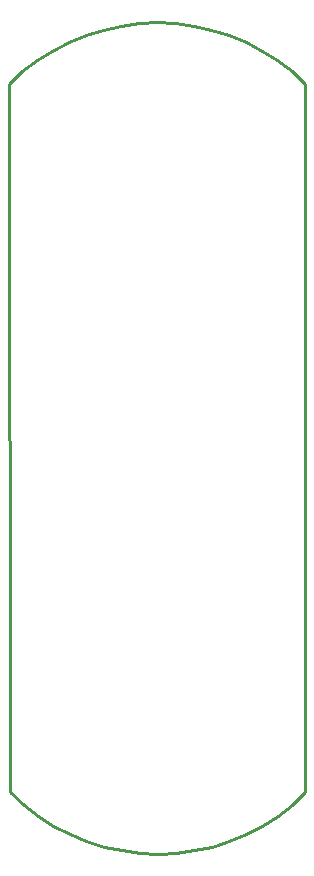
<source format=gbr>
G04 EAGLE Gerber RS-274X export*
G75*
%MOMM*%
%FSLAX34Y34*%
%LPD*%
%IN*%
%IPPOS*%
%AMOC8*
5,1,8,0,0,1.08239X$1,22.5*%
G01*
%ADD10C,0.254000*%


D10*
X-1000Y600000D02*
X0Y0D01*
X11370Y-10419D01*
X23605Y-19807D01*
X36612Y-28093D01*
X50291Y-35214D01*
X64539Y-41116D01*
X79247Y-45753D01*
X94303Y-49091D01*
X109593Y-51104D01*
X125000Y-51777D01*
X140407Y-51104D01*
X155697Y-49091D01*
X170753Y-45753D01*
X185461Y-41116D01*
X199709Y-35214D01*
X213388Y-28093D01*
X226395Y-19807D01*
X238630Y-10419D01*
X250000Y0D01*
X250000Y600000D01*
X238584Y610460D01*
X226301Y619886D01*
X213242Y628205D01*
X199508Y635355D01*
X185203Y641280D01*
X170436Y645936D01*
X155320Y649287D01*
X139969Y651308D01*
X124500Y651984D01*
X109031Y651308D01*
X93680Y649287D01*
X78564Y645936D01*
X63797Y641280D01*
X49492Y635355D01*
X35758Y628205D01*
X22699Y619886D01*
X10416Y610460D01*
X-1000Y600000D01*
M02*

</source>
